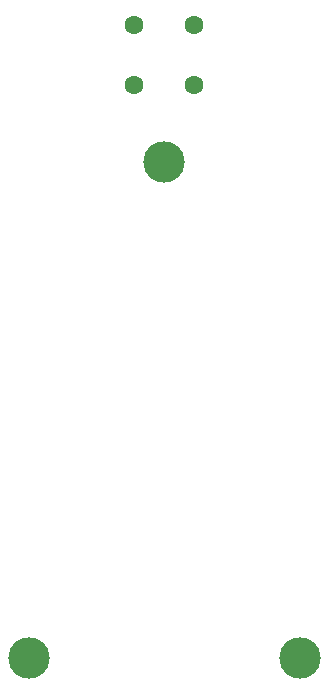
<source format=gbr>
G04 (created by PCBNEW (2013-may-18)-stable) date Пт 28 авг 2015 20:21:17*
%MOIN*%
G04 Gerber Fmt 3.4, Leading zero omitted, Abs format*
%FSLAX34Y34*%
G01*
G70*
G90*
G04 APERTURE LIST*
%ADD10C,0.00393701*%
%ADD11C,0.137795*%
%ADD12C,0.0629921*%
G04 APERTURE END LIST*
G54D10*
G54D11*
X7081Y-27840D03*
X16137Y-27840D03*
X11609Y-11304D03*
G54D12*
X12609Y-6761D03*
X10609Y-6761D03*
X10609Y-8761D03*
X12609Y-8761D03*
M02*

</source>
